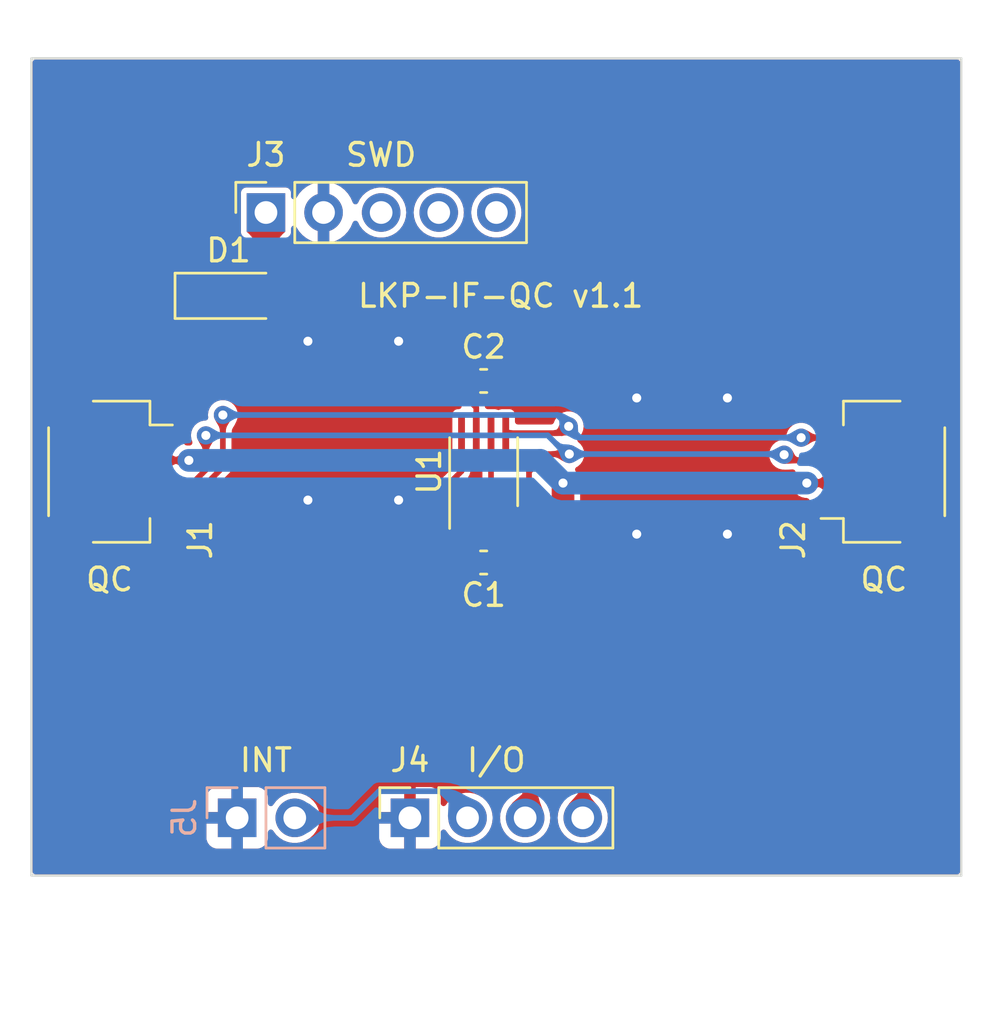
<source format=kicad_pcb>
(kicad_pcb (version 20221018) (generator pcbnew)
  (title_block (title "LKP-IF-QC") (date "2023-06-23") (rev "v1.1") (company "dogtopus"))
  (layers (0 "F.Cu" signal) (31 "B.Cu" signal) (34 "B.Paste" user) (35 "F.Paste" user) (36 "B.SilkS" user "B.Silkscreen") (37 "F.SilkS" user "F.Silkscreen") (38 "B.Mask" user) (39 "F.Mask" user) (44 "Edge.Cuts" user))
  (net 0 "")
  (net 1 "GND")
  (net 2 "+3V3")
  (net 3 "+5V")
  (net 4 "/SCL_A")
  (net 5 "/SDA_A")
  (net 6 "Net-(D1-A)")
  (net 9 "/SDA_B")
  (net 10 "/SCL_B")
  (net 12 "/INT")
  (footprint "Capacitor_SMD:C_0603_1608Metric" (layer "F.Cu") (at 149.94 94.21 180)
    (fp_text reference "C2" (at 0 1.5) (layer "F.SilkS"))
    (fp_text value "100nF")
    (fp_line (start -0.14058 -0.51) (end 0.14058 -0.51) (stroke (width 0.12)) (layer "F.SilkS"))
    (fp_line (start -0.14058 0.51) (end 0.14058 0.51) (stroke (width 0.12)) (layer "F.SilkS"))
    (pad "1" smd roundrect (at -0.775 0 180) (size 0.9 0.95) (layers "F.Cu" "F.Paste" "F.Mask") (net 1 "GND"))
    (pad "2" smd roundrect (at 0.775 0 180) (size 0.9 0.95) (layers "F.Cu" "F.Paste" "F.Mask") (net 3 "+5V"))
  )
  (footprint "Connector_JST:JST_SH_SM04B-SRSS-TB_1x04-1MP_P1.00mm_Horizontal" (layer "F.Cu") (at 133.44 98.21 -90)
    (fp_text reference "J1" (at 3 -4 90) (layer "F.SilkS"))
    (fp_text value "JST SH")
    (fp_line (start -3.11 -1.785) (end -2.06 -1.785) (stroke (width 0.12)) (layer "F.SilkS"))
    (fp_line (start -3.11 0.715) (end -3.11 -1.785) (stroke (width 0.12)) (layer "F.SilkS"))
    (fp_line (start -2.06 -1.785) (end -2.06 -2.775) (stroke (width 0.12)) (layer "F.SilkS"))
    (fp_line (start -1.94 2.685) (end 1.94 2.685) (stroke (width 0.12)) (layer "F.SilkS"))
    (fp_line (start 3.11 -1.785) (end 2.06 -1.785) (stroke (width 0.12)) (layer "F.SilkS"))
    (fp_line (start 3.11 0.715) (end 3.11 -1.785) (stroke (width 0.12)) (layer "F.SilkS"))
    (pad "1" smd roundrect (at -1.5 -2 270) (size 0.6 1.55) (layers "F.Cu" "F.Paste" "F.Mask") (net 1 "GND"))
    (pad "2" smd roundrect (at -0.5 -2 270) (size 0.6 1.55) (layers "F.Cu" "F.Paste" "F.Mask") (net 2 "+3V3"))
    (pad "3" smd roundrect (at 0.5 -2 270) (size 0.6 1.55) (layers "F.Cu" "F.Paste" "F.Mask") (net 5 "/SDA_A"))
    (pad "4" smd roundrect (at 1.5 -2 270) (size 0.6 1.55) (layers "F.Cu" "F.Paste" "F.Mask") (net 4 "/SCL_A"))
    (pad "MP" smd roundrect (at -2.8 1.875 270) (size 1.2 1.8) (layers "F.Cu" "F.Paste" "F.Mask") (roundrect_rratio 0.208333))
    (pad "MP" smd roundrect (at 2.8 1.875 270) (size 1.2 1.8) (layers "F.Cu" "F.Paste" "F.Mask") (roundrect_rratio 0.208333))
  )
  (footprint "Connector_JST:JST_SH_SM04B-SRSS-TB_1x04-1MP_P1.00mm_Horizontal" (layer "F.Cu") (at 167.59 98.21 90)
    (fp_text reference "J2" (at -3 -4 90) (layer "F.SilkS"))
    (fp_text value "JST SH")
    (fp_line (start -3.11 -1.785) (end -2.06 -1.785) (stroke (width 0.12)) (layer "F.SilkS"))
    (fp_line (start -3.11 0.715) (end -3.11 -1.785) (stroke (width 0.12)) (layer "F.SilkS"))
    (fp_line (start -2.06 -1.785) (end -2.06 -2.775) (stroke (width 0.12)) (layer "F.SilkS"))
    (fp_line (start -1.94 2.685) (end 1.94 2.685) (stroke (width 0.12)) (layer "F.SilkS"))
    (fp_line (start 3.11 -1.785) (end 2.06 -1.785) (stroke (width 0.12)) (layer "F.SilkS"))
    (fp_line (start 3.11 0.715) (end 3.11 -1.785) (stroke (width 0.12)) (layer "F.SilkS"))
    (pad "1" smd roundrect (at -1.5 -2 90) (size 0.6 1.55) (layers "F.Cu" "F.Paste" "F.Mask") (net 1 "GND"))
    (pad "2" smd roundrect (at -0.5 -2 90) (size 0.6 1.55) (layers "F.Cu" "F.Paste" "F.Mask") (net 2 "+3V3"))
    (pad "3" smd roundrect (at 0.5 -2 90) (size 0.6 1.55) (layers "F.Cu" "F.Paste" "F.Mask") (net 5 "/SDA_A"))
    (pad "4" smd roundrect (at 1.5 -2 90) (size 0.6 1.55) (layers "F.Cu" "F.Paste" "F.Mask") (net 4 "/SCL_A"))
    (pad "MP" smd roundrect (at -2.8 1.875 90) (size 1.2 1.8) (layers "F.Cu" "F.Paste" "F.Mask") (roundrect_rratio 0.208333))
    (pad "MP" smd roundrect (at 2.8 1.875 90) (size 1.2 1.8) (layers "F.Cu" "F.Paste" "F.Mask") (roundrect_rratio 0.208333))
  )
  (footprint "Connector_PinSocket_2.54mm:PinSocket_1x05_P2.54mm_Vertical" (layer "F.Cu") (at 140.34 86.79 90)
    (fp_text reference "J3" (at 2.54 0 180) (layer "F.SilkS"))
    (fp_text value "LKP SWD .1\" Extra Long")
    (fp_line (start -1.33 1.27) (end -1.33 11.49) (stroke (width 0.12)) (layer "F.SilkS"))
    (fp_line (start -1.33 1.27) (end 1.33 1.27) (stroke (width 0.12)) (layer "F.SilkS"))
    (fp_line (start -1.33 11.49) (end 1.33 11.49) (stroke (width 0.12)) (layer "F.SilkS"))
    (fp_line (start 0 -1.33) (end 1.33 -1.33) (stroke (width 0.12)) (layer "F.SilkS"))
    (fp_line (start 1.33 -1.33) (end 1.33 0) (stroke (width 0.12)) (layer "F.SilkS"))
    (fp_line (start 1.33 1.27) (end 1.33 11.49) (stroke (width 0.12)) (layer "F.SilkS"))
    (pad "1" thru_hole rect (at 0 0 90) (size 1.7 1.7) (drill 1) (layers "*.Cu" "*.Mask") (net 6 "Net-(D1-A)"))
    (pad "2" thru_hole oval (at 0 2.54 90) (size 1.7 1.7) (drill 1) (layers "*.Cu" "*.Mask") (net 1 "GND"))
    (pad "3" thru_hole oval (at 0 5.08 90) (size 1.7 1.7) (drill 1) (layers "*.Cu" "*.Mask"))
    (pad "4" thru_hole oval (at 0 7.62 90) (size 1.7 1.7) (drill 1) (layers "*.Cu" "*.Mask"))
    (pad "5" thru_hole oval (at 0 10.16 90) (size 1.7 1.7) (drill 1) (layers "*.Cu" "*.Mask"))
  )
  (footprint "Connector_PinSocket_2.54mm:PinSocket_1x04_P2.54mm_Vertical" (layer "F.Cu") (at 146.69 113.46 90)
    (fp_text reference "J4" (at 2.54 0 180) (layer "F.SilkS"))
    (fp_text value "LKP I/O .1\" Extra Long")
    (fp_line (start -1.33 1.27) (end -1.33 8.95) (stroke (width 0.12)) (layer "F.SilkS"))
    (fp_line (start -1.33 1.27) (end 1.33 1.27) (stroke (width 0.12)) (layer "F.SilkS"))
    (fp_line (start -1.33 8.95) (end 1.33 8.95) (stroke (width 0.12)) (layer "F.SilkS"))
    (fp_line (start 0 -1.33) (end 1.33 -1.33) (stroke (width 0.12)) (layer "F.SilkS"))
    (fp_line (start 1.33 -1.33) (end 1.33 0) (stroke (width 0.12)) (layer "F.SilkS"))
    (fp_line (start 1.33 1.27) (end 1.33 8.95) (stroke (width 0.12)) (layer "F.SilkS"))
    (pad "1" thru_hole rect (at 0 0 90) (size 1.7 1.7) (drill 1) (layers "*.Cu" "*.Mask") (net 1 "GND"))
    (pad "2" thru_hole oval (at 0 2.54 90) (size 1.7 1.7) (drill 1) (layers "*.Cu" "*.Mask") (net 12 "/INT"))
    (pad "3" thru_hole oval (at 0 5.08 90) (size 1.7 1.7) (drill 1) (layers "*.Cu" "*.Mask") (net 10 "/SCL_B"))
    (pad "4" thru_hole oval (at 0 7.62 90) (size 1.7 1.7) (drill 1) (layers "*.Cu" "*.Mask") (net 9 "/SDA_B"))
  )
  (footprint "Capacitor_SMD:C_0603_1608Metric" (layer "F.Cu") (at 149.94 102.21 180)
    (fp_text reference "C1" (at 0 -1.43) (layer "F.SilkS"))
    (fp_text value "100nF")
    (fp_line (start -0.14058 -0.51) (end 0.14058 -0.51) (stroke (width 0.12)) (layer "F.SilkS"))
    (fp_line (start -0.14058 0.51) (end 0.14058 0.51) (stroke (width 0.12)) (layer "F.SilkS"))
    (pad "1" smd roundrect (at -0.775 0 180) (size 0.9 0.95) (layers "F.Cu" "F.Paste" "F.Mask") (net 2 "+3V3"))
    (pad "2" smd roundrect (at 0.775 0 180) (size 0.9 0.95) (layers "F.Cu" "F.Paste" "F.Mask") (net 1 "GND"))
  )
  (footprint "Package_SO:SSOP-8_2.95x2.8mm_P0.65mm" (layer "F.Cu") (at 149.94 98.21 90)
    (fp_text reference "U1" (at 0 -2.4 90) (layer "F.SilkS"))
    (fp_text value "TCA9406DCTR")
    (fp_line (start 1.5 -1.5) (end -2.5 -1.5) (stroke (width 0.12)) (layer "F.SilkS"))
    (fp_line (start 1.5 1.5) (end -1.5 1.5) (stroke (width 0.12)) (layer "F.SilkS"))
    (pad "1" smd rect (at -1.7 -0.975) (size 0.3 1.6) (layers "F.Cu" "F.Paste" "F.Mask") (net 9 "/SDA_B"))
    (pad "2" smd rect (at -1.7 -0.325) (size 0.3 1.6) (layers "F.Cu" "F.Paste" "F.Mask") (net 1 "GND"))
    (pad "3" smd rect (at -1.7 0.325) (size 0.3 1.6) (layers "F.Cu" "F.Paste" "F.Mask") (net 2 "+3V3"))
    (pad "4" smd rect (at -1.7 0.975) (size 0.3 1.6) (layers "F.Cu" "F.Paste" "F.Mask") (net 5 "/SDA_A"))
    (pad "5" smd rect (at 1.7 0.975) (size 0.3 1.6) (layers "F.Cu" "F.Paste" "F.Mask") (net 4 "/SCL_A"))
    (pad "6" smd rect (at 1.7 0.325) (size 0.3 1.6) (layers "F.Cu" "F.Paste" "F.Mask") (net 2 "+3V3"))
    (pad "7" smd rect (at 1.7 -0.325) (size 0.3 1.6) (layers "F.Cu" "F.Paste" "F.Mask") (net 3 "+5V"))
    (pad "8" smd rect (at 1.7 -0.975) (size 0.3 1.6) (layers "F.Cu" "F.Paste" "F.Mask") (net 10 "/SCL_B"))
  )
  (footprint "Diode_SMD:D_SOD-123" (layer "F.Cu") (at 138.69 90.46)
    (fp_text reference "D1" (at 0 -2) (layer "F.SilkS"))
    (fp_text value "MBR0520L")
    (fp_line (start -2.36 -1) (end -2.36 1) (stroke (width 0.12)) (layer "F.SilkS"))
    (fp_line (start -2.36 -1) (end 1.65 -1) (stroke (width 0.12)) (layer "F.SilkS"))
    (fp_line (start -2.36 1) (end 1.65 1) (stroke (width 0.12)) (layer "F.SilkS"))
    (pad "1" smd roundrect (at -1.65 0) (size 0.9 1.2) (layers "F.Cu" "F.Paste" "F.Mask") (net 3 "+5V"))
    (pad "2" smd roundrect (at 1.65 0) (size 0.9 1.2) (layers "F.Cu" "F.Paste" "F.Mask") (net 6 "Net-(D1-A)"))
  )
  (footprint "Connector_PinHeader_2.54mm:PinHeader_1x02_P2.54mm_Vertical" (layer "B.Cu") (at 139.07 113.46 -90)
    (fp_text reference "J5" (at 0 2.33 90) (layer "B.SilkS") (effects (justify mirror)))
    (fp_text value "INT Passthrough")
    (fp_line (start -1.33 -3.87) (end 1.33 -3.87) (stroke (width 0.12)) (layer "B.SilkS"))
    (fp_line (start -1.33 -1.27) (end -1.33 -3.87) (stroke (width 0.12)) (layer "B.SilkS"))
    (fp_line (start -1.33 -1.27) (end 1.33 -1.27) (stroke (width 0.12)) (layer "B.SilkS"))
    (fp_line (start -1.33 0) (end -1.33 1.33) (stroke (width 0.12)) (layer "B.SilkS"))
    (fp_line (start -1.33 1.33) (end 0 1.33) (stroke (width 0.12)) (layer "B.SilkS"))
    (fp_line (start 1.33 -1.27) (end 1.33 -3.87) (stroke (width 0.12)) (layer "B.SilkS"))
    (pad "1" thru_hole rect (at 0 0 270) (size 1.7 1.7) (drill 1) (layers "*.Cu" "*.Mask") (net 1 "GND"))
    (pad "2" thru_hole oval (at 0 -2.54 270) (size 1.7 1.7) (drill 1) (layers "*.Cu" "*.Mask") (net 12 "/INT"))
  )
  (gr_line (start 130 116) (end 130 80) (stroke (width 0.1)) (layer "Edge.Cuts"))
  (gr_line (start 171 80) (end 171 116) (stroke (width 0.1)) (layer "Edge.Cuts"))
  (gr_line (start 171 116) (end 130 116) (stroke (width 0.1)) (layer "Edge.Cuts"))
  (gr_line (start 130 80) (end 171 80) (stroke (width 0.1)) (layer "Edge.Cuts"))
  (gr_text "INT" (at 140.34 110.92) (layer "F.SilkS") (effects (font (size 1 1))))
  (gr_text "LKP-IF-QC v1.1" (at 150.69 90.46) (layer "F.SilkS") (effects (font (size 1 1))))
  (gr_text "QC" (at 167.59 102.96) (layer "F.SilkS") (effects (font (size 1 1))))
  (gr_text "I/O" (at 150.5 110.92) (layer "F.SilkS") (effects (font (size 1 1))))
  (gr_text "SWD" (at 145.42 84.25) (layer "F.SilkS") (effects (font (size 1 1))))
  (gr_text "QC" (at 133.44 102.96) (layer "F.SilkS") (effects (font (size 1 1))))
  (segment (start 149.615 99.91) (end 149.615 101.76) (width 0.25) (layer "F.Cu") (net 1))
  (segment (start 149.615 101.76) (end 149.165 102.21) (width 0.25) (layer "F.Cu") (net 1))
  (via (at 142.19 99.46) (size 0.8) (drill 0.4) (layers "F.Cu" "B.Cu") (net 1))
  (via (at 146.19 99.46) (size 0.8) (drill 0.4) (layers "F.Cu" "B.Cu") (net 1))
  (via (at 156.69 94.96) (size 0.8) (drill 0.4) (layers "F.Cu" "B.Cu") (net 1))
  (via (at 160.69 94.96) (size 0.8) (drill 0.4) (layers "F.Cu" "B.Cu") (net 1))
  (via (at 160.69 100.96) (size 0.8) (drill 0.4) (layers "F.Cu" "B.Cu") (net 1))
  (via (at 156.69 100.96) (size 0.8) (drill 0.4) (layers "F.Cu" "B.Cu") (net 1))
  (via (at 142.19 92.46) (size 0.8) (drill 0.4) (layers "F.Cu" "B.Cu") (net 1))
  (via (at 146.19 92.46) (size 0.8) (drill 0.4) (layers "F.Cu" "B.Cu") (net 1))
  (segment (start 153.44 100.96) (end 152.19 102.21) (width 1) (layer "F.Cu") (net 2))
  (segment (start 150.265 101.035) (end 150.715 101.485) (width 0.25) (layer "F.Cu") (net 2))
  (segment (start 150.265 96.51) (end 150.265 99.91) (width 0.25) (layer "F.Cu") (net 2))
  (segment (start 165.69 98.71) (end 164.19 98.71) (width 0.25) (layer "F.Cu") (net 2))
  (segment (start 150.715 102.21) (end 152.19 102.21) (width 0.25) (layer "F.Cu") (net 2))
  (segment (start 150.715 101.485) (end 150.715 102.21) (width 0.25) (layer "F.Cu") (net 2))
  (segment (start 150.265 99.91) (end 150.265 101.035) (width 0.25) (layer "F.Cu") (net 2))
  (segment (start 135.44 97.71) (end 136.94 97.71) (width 0.25) (layer "F.Cu") (net 2))
  (segment (start 153.44 98.71) (end 153.44 100.96) (width 1) (layer "F.Cu") (net 2))
  (via (at 164.19 98.71) (size 0.8) (drill 0.4) (layers "F.Cu" "B.Cu") (net 2))
  (via (at 153.44 98.71) (size 0.8) (drill 0.4) (layers "F.Cu" "B.Cu") (net 2))
  (via (at 136.94 97.71) (size 0.8) (drill 0.4) (layers "F.Cu" "B.Cu") (net 2))
  (segment (start 136.94 97.71) (end 152.44 97.71) (width 1) (layer "B.Cu") (net 2))
  (segment (start 164.19 98.71) (end 153.44 98.71) (width 1) (layer "B.Cu") (net 2))
  (segment (start 152.44 97.71) (end 153.44 98.71) (width 1) (layer "B.Cu") (net 2))
  (segment (start 137.94 92.71) (end 139.44 94.21) (width 1) (layer "F.Cu") (net 3))
  (segment (start 149.165 94.21) (end 147.44 94.21) (width 0.5) (layer "F.Cu") (net 3))
  (segment (start 139.44 94.21) (end 147.44 94.21) (width 1) (layer "F.Cu") (net 3))
  (segment (start 137.04 90.46) (end 137.04 91.81) (width 0.5) (layer "F.Cu") (net 3))
  (segment (start 149.165 94.935) (end 149.615 95.385) (width 0.25) (layer "F.Cu") (net 3))
  (segment (start 149.615 95.385) (end 149.615 96.51) (width 0.25) (layer "F.Cu") (net 3))
  (segment (start 137.04 91.81) (end 137.94 92.71) (width 0.5) (layer "F.Cu") (net 3))
  (segment (start 149.165 94.21) (end 149.165 94.935) (width 0.25) (layer "F.Cu") (net 3))
  (segment (start 153.39 96.51) (end 153.69 96.21) (width 0.25) (layer "F.Cu") (net 4))
  (segment (start 138.44 98.01315) (end 138.44 95.71) (width 0.25) (layer "F.Cu") (net 4))
  (segment (start 150.915 96.51) (end 153.39 96.51) (width 0.25) (layer "F.Cu") (net 4))
  (segment (start 163.94 96.71) (end 165.69 96.71) (width 0.25) (layer "F.Cu") (net 4))
  (segment (start 136.74315 99.71) (end 138.44 98.01315) (width 0.25) (layer "F.Cu") (net 4))
  (segment (start 135.44 99.71) (end 136.74315 99.71) (width 0.25) (layer "F.Cu") (net 4))
  (via (at 163.94 96.71) (size 0.8) (drill 0.4) (layers "F.Cu" "B.Cu") (net 4))
  (via (at 138.44 95.71) (size 0.8) (drill 0.4) (layers "F.Cu" "B.Cu") (net 4))
  (via (at 153.69 96.21) (size 0.8) (drill 0.4) (layers "F.Cu" "B.Cu") (net 4))
  (segment (start 154.19 96.71) (end 153.69 96.21) (width 0.25) (layer "B.Cu") (net 4))
  (segment (start 153.19 95.71) (end 153.69 96.21) (width 0.25) (layer "B.Cu") (net 4))
  (segment (start 163.94 96.71) (end 154.19 96.71) (width 0.25) (layer "B.Cu") (net 4))
  (segment (start 138.44 95.71) (end 153.19 95.71) (width 0.25) (layer "B.Cu") (net 4))
  (segment (start 165.59 97.71) (end 163.440006 97.71) (width 0.25) (layer "F.Cu") (net 5))
  (segment (start 137.69 98.12674) (end 137.69 96.61) (width 0.25) (layer "F.Cu") (net 5))
  (segment (start 151.74 99.91) (end 150.915 99.91) (width 0.25) (layer "F.Cu") (net 5))
  (segment (start 151.94 98.21) (end 151.94 99.71) (width 0.25) (layer "F.Cu") (net 5))
  (segment (start 151.94 99.71) (end 151.74 99.91) (width 0.25) (layer "F.Cu") (net 5))
  (segment (start 135.44 98.71) (end 137.10674 98.71) (width 0.25) (layer "F.Cu") (net 5))
  (segment (start 152.717818 97.432182) (end 151.94 98.21) (width 0.25) (layer "F.Cu") (net 5))
  (segment (start 153.717818 97.432182) (end 152.717818 97.432182) (width 0.25) (layer "F.Cu") (net 5))
  (segment (start 163.440006 97.71) (end 163.190006 97.46) (width 0.25) (layer "F.Cu") (net 5))
  (segment (start 137.10674 98.71) (end 137.69 98.12674) (width 0.25) (layer "F.Cu") (net 5))
  (via (at 163.190006 97.46) (size 0.8) (drill 0.4) (layers "F.Cu" "B.Cu") (net 5))
  (via (at 137.69 96.61) (size 0.8) (drill 0.4) (layers "F.Cu" "B.Cu") (net 5))
  (via (at 153.717818 97.432182) (size 0.8) (drill 0.4) (layers "F.Cu" "B.Cu") (net 5))
  (segment (start 153.717818 97.432182) (end 153.589176 97.432182) (width 0.25) (layer "B.Cu") (net 5))
  (segment (start 152.766994 96.61) (end 137.69 96.61) (width 0.25) (layer "B.Cu") (net 5))
  (segment (start 153.717818 97.432182) (end 163.162188 97.432182) (width 0.25) (layer "B.Cu") (net 5))
  (segment (start 163.162188 97.432182) (end 163.190006 97.46) (width 0.25) (layer "B.Cu") (net 5))
  (segment (start 153.589176 97.432182) (end 152.766994 96.61) (width 0.25) (layer "B.Cu") (net 5))
  (segment (start 140.34 90.46) (end 140.34 86.79) (width 0.5) (layer "F.Cu") (net 6))
  (segment (start 147.94 101.96) (end 147.94 110.21) (width 0.25) (layer "F.Cu") (net 9))
  (segment (start 153.94 111.71) (end 154.31 112.08) (width 0.25) (layer "F.Cu") (net 9))
  (segment (start 148.965 100.935) (end 147.94 101.96) (width 0.25) (layer "F.Cu") (net 9))
  (segment (start 152.44 111.71) (end 153.94 111.71) (width 0.25) (layer "F.Cu") (net 9))
  (segment (start 147.94 110.21) (end 148.44 110.71) (width 0.25) (layer "F.Cu") (net 9))
  (segment (start 148.965 99.91) (end 148.965 100.935) (width 0.25) (layer "F.Cu") (net 9))
  (segment (start 148.44 110.71) (end 151.44 110.71) (width 0.25) (layer "F.Cu") (net 9))
  (segment (start 151.44 110.71) (end 152.44 111.71) (width 0.25) (layer "F.Cu") (net 9))
  (segment (start 154.31 112.08) (end 154.31 113.46) (width 0.25) (layer "F.Cu") (net 9))
  (segment (start 148.965 98.185) (end 148.965 96.51) (width 0.25) (layer "F.Cu") (net 10))
  (segment (start 151.77 113.46) (end 151.77 111.79) (width 0.25) (layer "F.Cu") (net 10))
  (segment (start 151.19 111.21) (end 148.19 111.21) (width 0.25) (layer "F.Cu") (net 10))
  (segment (start 148.44 98.71) (end 148.965 98.185) (width 0.25) (layer "F.Cu") (net 10))
  (segment (start 147.44 110.46) (end 147.44 101.71) (width 0.25) (layer "F.Cu") (net 10))
  (segment (start 148.19 111.21) (end 147.44 110.46) (width 0.25) (layer "F.Cu") (net 10))
  (segment (start 148.44 100.71) (end 148.44 98.71) (width 0.25) (layer "F.Cu") (net 10))
  (segment (start 151.77 111.79) (end 151.19 111.21) (width 0.25) (layer "F.Cu") (net 10))
  (segment (start 147.44 101.71) (end 148.44 100.71) (width 0.25) (layer "F.Cu") (net 10))
  (segment (start 148.054999 112.284999) (end 145.325001 112.284999) (width 0.25) (layer "B.Cu") (net 12))
  (segment (start 144.15 113.46) (end 141.61 113.46) (width 0.25) (layer "B.Cu") (net 12))
  (segment (start 145.325001 112.284999) (end 144.15 113.46) (width 0.25) (layer "B.Cu") (net 12))
  (segment (start 149.23 113.46) (end 148.054999 112.284999) (width 0.25) (layer "B.Cu") (net 12))
  (zone (net 1) (net_name "GND") (layer "F.Cu") (connect_pads (clearance 0.254)) (min_thickness 0.254) (fill yes (thermal_gap 0.508) (thermal_bridge_width 0.508))
    (polygon (pts (xy 171 116) (xy 130 116) (xy 130 80) (xy 171 80)))
  )
  (zone (net 1) (net_name "GND") (layer "B.Cu") (connect_pads (clearance 0.254)) (min_thickness 0.254) (fill yes (thermal_gap 0.508) (thermal_bridge_width 0.508))
    (polygon (pts (xy 171 116) (xy 130 116) (xy 130 80) (xy 171 80)))
  )
)
</source>
